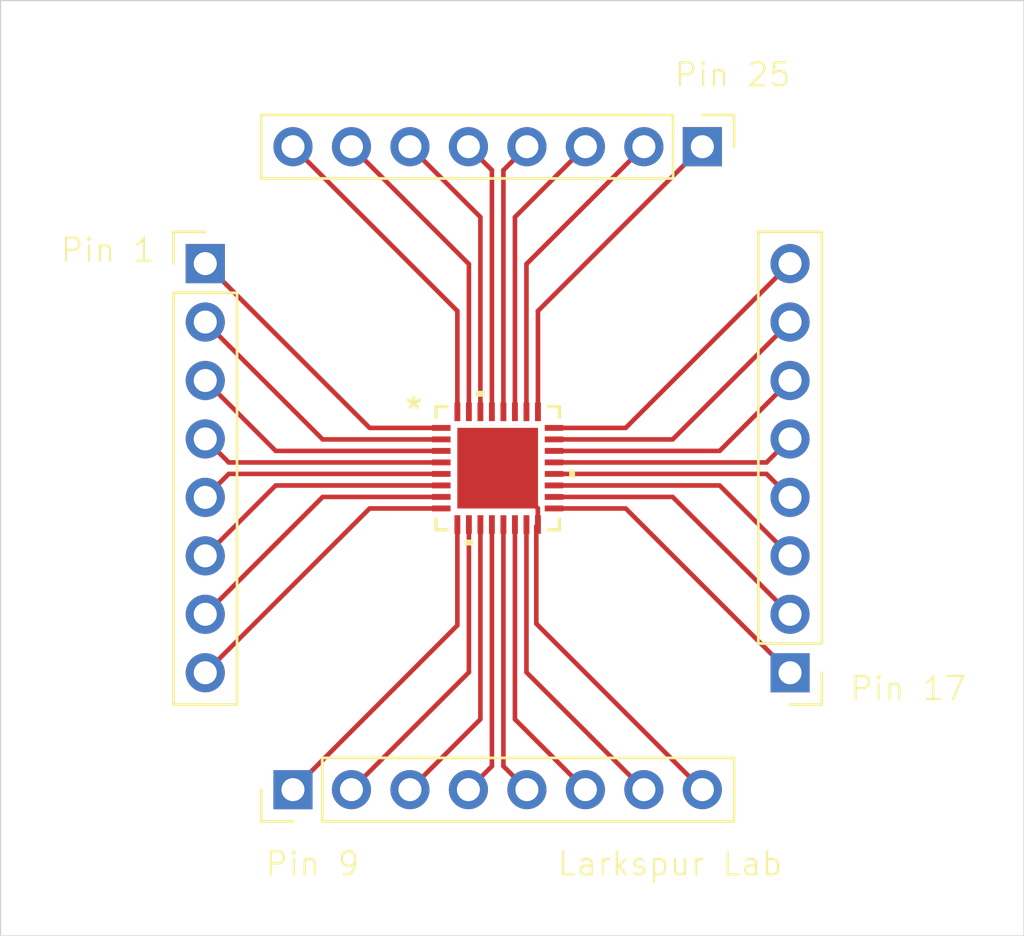
<source format=kicad_pcb>
(kicad_pcb (version 20241229) (generator "pcbnew") (generator_version "9.0")
  (layers (0 "F.Cu" signal) (2 "B.Cu" signal) (13 "F.Paste" user) (15 "B.Paste" user) (5 "F.SilkS" user "F.Silkscreen") (7 "B.SilkS" user "B.Silkscreen") (1 "F.Mask" user) (3 "B.Mask" user) (25 "Edge.Cuts" user))
  (net 0 "")
  (net 1 "Pin 8")
  (net 2 "Pin 1")
  (net 3 "Pin 7")
  (net 4 "Pin 2")
  (net 5 "Pin 4")
  (net 6 "Pin 3")
  (net 7 "Pin 6")
  (net 8 "Pin 5")
  (net 9 "Pin 16")
  (net 10 "Pin 13")
  (net 11 "Pin 15")
  (net 12 "Pin 9")
  (net 13 "Pin 10")
  (net 14 "Pin 14")
  (net 15 "Pin 12")
  (net 16 "Pin 11")
  (net 17 "Pin 23")
  (net 18 "Pin 17")
  (net 19 "Pin 19")
  (net 20 "Pin 18")
  (net 21 "Pin 21")
  (net 22 "Pin 24")
  (net 23 "Pin 22")
  (net 24 "Pin 20")
  (net 25 "Pin 25")
  (net 26 "Pin 28")
  (net 27 "Pin 29")
  (net 28 "Pin 31")
  (net 29 "Pin 30")
  (net 30 "Pin 26")
  (net 31 "Pin 27")
  (net 32 "Pin 32")
  (footprint "Connector_PinHeader_2.54mm:PinHeader_1x08_P2.54mm_Vertical" (layer "F.Cu") (at 128.27 82.55)
    (property "Reference" "J1" (hide yes))
    (property "Value" "Conn_01x08_Pin" (hide yes))
    (fp_line (start -1.38 -1.38) (end 0 -1.38) (stroke (width 0.12)) (layer "F.SilkS"))
    (fp_line (start -1.38 0) (end -1.38 -1.38) (stroke (width 0.12)) (layer "F.SilkS"))
    (fp_line (start -1.38 1.27) (end -1.38 19.16) (stroke (width 0.12)) (layer "F.SilkS"))
    (fp_line (start -1.38 1.27) (end 1.38 1.27) (stroke (width 0.12)) (layer "F.SilkS"))
    (fp_line (start -1.38 19.16) (end 1.38 19.16) (stroke (width 0.12)) (layer "F.SilkS"))
    (fp_line (start 1.38 1.27) (end 1.38 19.16) (stroke (width 0.12)) (layer "F.SilkS"))
    (pad "1" thru_hole rect (at 0 0) (size 1.7 1.7) (drill 1) (layers "*.Cu" "*.Mask") (net 2 "Pin 1"))
    (pad "2" thru_hole circle (at 0 2.54) (size 1.7 1.7) (drill 1) (layers "*.Cu" "*.Mask") (net 4 "Pin 2"))
    (pad "3" thru_hole circle (at 0 5.08) (size 1.7 1.7) (drill 1) (layers "*.Cu" "*.Mask") (net 6 "Pin 3"))
    (pad "4" thru_hole circle (at 0 7.62) (size 1.7 1.7) (drill 1) (layers "*.Cu" "*.Mask") (net 5 "Pin 4"))
    (pad "5" thru_hole circle (at 0 10.16) (size 1.7 1.7) (drill 1) (layers "*.Cu" "*.Mask") (net 8 "Pin 5"))
    (pad "6" thru_hole circle (at 0 12.7) (size 1.7 1.7) (drill 1) (layers "*.Cu" "*.Mask") (net 7 "Pin 6"))
    (pad "7" thru_hole circle (at 0 15.24) (size 1.7 1.7) (drill 1) (layers "*.Cu" "*.Mask") (net 3 "Pin 7"))
    (pad "8" thru_hole circle (at 0 17.78) (size 1.7 1.7) (drill 1) (layers "*.Cu" "*.Mask") (net 1 "Pin 8"))
  )
  (footprint "Connector_PinHeader_2.54mm:PinHeader_1x08_P2.54mm_Vertical" (layer "F.Cu") (at 149.86 77.47 -90)
    (property "Reference" "J4" (hide yes))
    (property "Value" "Conn_01x08_Pin" (hide yes))
    (fp_line (start -1.38 19.16) (end 1.38 19.16) (stroke (width 0.12)) (layer "F.SilkS"))
    (fp_line (start -1.38 1.27) (end -1.38 19.16) (stroke (width 0.12)) (layer "F.SilkS"))
    (fp_line (start -1.38 1.27) (end 1.38 1.27) (stroke (width 0.12)) (layer "F.SilkS"))
    (fp_line (start 1.38 1.27) (end 1.38 19.16) (stroke (width 0.12)) (layer "F.SilkS"))
    (fp_line (start -1.38 0) (end -1.38 -1.38) (stroke (width 0.12)) (layer "F.SilkS"))
    (fp_line (start -1.38 -1.38) (end 0 -1.38) (stroke (width 0.12)) (layer "F.SilkS"))
    (pad "1" thru_hole rect (at 0 0 270) (size 1.7 1.7) (drill 1) (layers "*.Cu" "*.Mask") (net 25 "Pin 25"))
    (pad "2" thru_hole circle (at 0 2.54 270) (size 1.7 1.7) (drill 1) (layers "*.Cu" "*.Mask") (net 30 "Pin 26"))
    (pad "3" thru_hole circle (at 0 5.08 270) (size 1.7 1.7) (drill 1) (layers "*.Cu" "*.Mask") (net 31 "Pin 27"))
    (pad "4" thru_hole circle (at 0 7.62 270) (size 1.7 1.7) (drill 1) (layers "*.Cu" "*.Mask") (net 26 "Pin 28"))
    (pad "5" thru_hole circle (at 0 10.16 270) (size 1.7 1.7) (drill 1) (layers "*.Cu" "*.Mask") (net 27 "Pin 29"))
    (pad "6" thru_hole circle (at 0 12.7 270) (size 1.7 1.7) (drill 1) (layers "*.Cu" "*.Mask") (net 29 "Pin 30"))
    (pad "7" thru_hole circle (at 0 15.24 270) (size 1.7 1.7) (drill 1) (layers "*.Cu" "*.Mask") (net 28 "Pin 31"))
    (pad "8" thru_hole circle (at 0 17.78 270) (size 1.7 1.7) (drill 1) (layers "*.Cu" "*.Mask") (net 32 "Pin 32"))
  )
  (footprint "Connector_PinHeader_2.54mm:PinHeader_1x08_P2.54mm_Vertical" (layer "F.Cu") (at 153.67 100.33 180)
    (property "Reference" "J3" (hide yes))
    (property "Value" "Conn_01x08_Pin" (hide yes))
    (fp_line (start 1.38 1.27) (end 1.38 19.16) (stroke (width 0.12)) (layer "F.SilkS"))
    (fp_line (start -1.38 19.16) (end 1.38 19.16) (stroke (width 0.12)) (layer "F.SilkS"))
    (fp_line (start -1.38 1.27) (end 1.38 1.27) (stroke (width 0.12)) (layer "F.SilkS"))
    (fp_line (start -1.38 1.27) (end -1.38 19.16) (stroke (width 0.12)) (layer "F.SilkS"))
    (fp_line (start -1.38 0) (end -1.38 -1.38) (stroke (width 0.12)) (layer "F.SilkS"))
    (fp_line (start -1.38 -1.38) (end 0 -1.38) (stroke (width 0.12)) (layer "F.SilkS"))
    (pad "1" thru_hole rect (at 0 0 180) (size 1.7 1.7) (drill 1) (layers "*.Cu" "*.Mask") (net 18 "Pin 17"))
    (pad "2" thru_hole circle (at 0 2.54 180) (size 1.7 1.7) (drill 1) (layers "*.Cu" "*.Mask") (net 20 "Pin 18"))
    (pad "3" thru_hole circle (at 0 5.08 180) (size 1.7 1.7) (drill 1) (layers "*.Cu" "*.Mask") (net 19 "Pin 19"))
    (pad "4" thru_hole circle (at 0 7.62 180) (size 1.7 1.7) (drill 1) (layers "*.Cu" "*.Mask") (net 24 "Pin 20"))
    (pad "5" thru_hole circle (at 0 10.16 180) (size 1.7 1.7) (drill 1) (layers "*.Cu" "*.Mask") (net 21 "Pin 21"))
    (pad "6" thru_hole circle (at 0 12.7 180) (size 1.7 1.7) (drill 1) (layers "*.Cu" "*.Mask") (net 23 "Pin 22"))
    (pad "7" thru_hole circle (at 0 15.24 180) (size 1.7 1.7) (drill 1) (layers "*.Cu" "*.Mask") (net 17 "Pin 23"))
    (pad "8" thru_hole circle (at 0 17.78 180) (size 1.7 1.7) (drill 1) (layers "*.Cu" "*.Mask") (net 22 "Pin 24"))
  )
  (footprint "Connector_PinHeader_2.54mm:PinHeader_1x08_P2.54mm_Vertical" (layer "F.Cu") (at 132.08 105.41 90)
    (property "Reference" "J2" (hide yes))
    (property "Value" "Conn_01x08_Pin" (hide yes))
    (fp_line (start -1.38 -1.38) (end 0 -1.38) (stroke (width 0.12)) (layer "F.SilkS"))
    (fp_line (start -1.38 0) (end -1.38 -1.38) (stroke (width 0.12)) (layer "F.SilkS"))
    (fp_line (start 1.38 1.27) (end 1.38 19.16) (stroke (width 0.12)) (layer "F.SilkS"))
    (fp_line (start -1.38 1.27) (end 1.38 1.27) (stroke (width 0.12)) (layer "F.SilkS"))
    (fp_line (start -1.38 1.27) (end -1.38 19.16) (stroke (width 0.12)) (layer "F.SilkS"))
    (fp_line (start -1.38 19.16) (end 1.38 19.16) (stroke (width 0.12)) (layer "F.SilkS"))
    (pad "1" thru_hole rect (at 0 0 90) (size 1.7 1.7) (drill 1) (layers "*.Cu" "*.Mask") (net 12 "Pin 9"))
    (pad "2" thru_hole circle (at 0 2.54 90) (size 1.7 1.7) (drill 1) (layers "*.Cu" "*.Mask") (net 13 "Pin 10"))
    (pad "3" thru_hole circle (at 0 5.08 90) (size 1.7 1.7) (drill 1) (layers "*.Cu" "*.Mask") (net 16 "Pin 11"))
    (pad "4" thru_hole circle (at 0 7.62 90) (size 1.7 1.7) (drill 1) (layers "*.Cu" "*.Mask") (net 15 "Pin 12"))
    (pad "5" thru_hole circle (at 0 10.16 90) (size 1.7 1.7) (drill 1) (layers "*.Cu" "*.Mask") (net 10 "Pin 13"))
    (pad "6" thru_hole circle (at 0 12.7 90) (size 1.7 1.7) (drill 1) (layers "*.Cu" "*.Mask") (net 14 "Pin 14"))
    (pad "7" thru_hole circle (at 0 15.24 90) (size 1.7 1.7) (drill 1) (layers "*.Cu" "*.Mask") (net 11 "Pin 15"))
    (pad "8" thru_hole circle (at 0 17.78 90) (size 1.7 1.7) (drill 1) (layers "*.Cu" "*.Mask") (net 9 "Pin 16"))
  )
  (footprint "STM32WL33K8:VFQFPN-32_5x5x1mm_STM" (layer "F.Cu") (at 140.97 91.44)
    (property "Reference" "U1" (hide yes))
    (property "Value" "STM32WL33K8V6TR" (hide yes))
    (fp_line (start -2.6797 -2.6797) (end -2.6797 -2.210139) (stroke (width 0.1524)) (layer "F.SilkS"))
    (fp_line (start -2.6797 2.210139) (end -2.6797 2.6797) (stroke (width 0.1524)) (layer "F.SilkS"))
    (fp_line (start -2.6797 2.6797) (end -2.210139 2.6797) (stroke (width 0.1524)) (layer "F.SilkS"))
    (fp_line (start -2.210139 -2.6797) (end -2.6797 -2.6797) (stroke (width 0.1524)) (layer "F.SilkS"))
    (fp_line (start 2.210139 2.6797) (end 2.6797 2.6797) (stroke (width 0.1524)) (layer "F.SilkS"))
    (fp_line (start 2.6797 -2.6797) (end 2.210139 -2.6797) (stroke (width 0.1524)) (layer "F.SilkS"))
    (fp_line (start 2.6797 -2.210139) (end 2.6797 -2.6797) (stroke (width 0.1524)) (layer "F.SilkS"))
    (fp_line (start 2.6797 2.6797) (end 2.6797 2.210139) (stroke (width 0.1524)) (layer "F.SilkS"))
    (fp_poly (pts (xy -1.4405 3.106699) (xy -1.4405 3.360699) (xy -1.0595 3.360699) (xy -1.0595 3.106699)) (fill yes) (layer "F.SilkS"))
    (fp_poly (pts (xy -0.940501 -3.106699) (xy -0.940501 -3.360699) (xy -0.559501 -3.360699) (xy -0.559501 -3.106699)) (fill yes) (layer "F.SilkS"))
    (fp_poly (pts (xy 3.360699 0.059499) (xy 3.360699 0.4405) (xy 3.106699 0.4405) (xy 3.106699 0.059499)) (fill yes) (layer "F.SilkS"))
    (fp_text user "*" (at -3.6401 -2.54 0) (layer "F.SilkS"))
    (pad "1" smd rect (at -2.4487 -1.749999 90) (size 0.2548 0.807999) (layers "F.Cu" "F.Mask" "F.Paste") (net 2 "Pin 1"))
    (pad "2" smd rect (at -2.4487 -1.25 90) (size 0.2548 0.807999) (layers "F.Cu" "F.Mask" "F.Paste") (net 4 "Pin 2"))
    (pad "3" smd rect (at -2.4487 -0.750001 90) (size 0.2548 0.807999) (layers "F.Cu" "F.Mask" "F.Paste") (net 6 "Pin 3"))
    (pad "4" smd rect (at -2.4487 -0.25 90) (size 0.2548 0.807999) (layers "F.Cu" "F.Mask" "F.Paste") (net 5 "Pin 4"))
    (pad "5" smd rect (at -2.4487 0.25 90) (size 0.2548 0.807999) (layers "F.Cu" "F.Mask" "F.Paste") (net 8 "Pin 5"))
    (pad "6" smd rect (at -2.4487 0.750001 90) (size 0.2548 0.807999) (layers "F.Cu" "F.Mask" "F.Paste") (net 7 "Pin 6"))
    (pad "7" smd rect (at -2.4487 1.25 90) (size 0.2548 0.807999) (layers "F.Cu" "F.Mask" "F.Paste") (net 3 "Pin 7"))
    (pad "8" smd rect (at -2.4487 1.749999 90) (size 0.2548 0.807999) (layers "F.Cu" "F.Mask" "F.Paste") (net 1 "Pin 8"))
    (pad "9" smd rect (at -1.749999 2.4487) (size 0.2548 0.807999) (layers "F.Cu" "F.Mask" "F.Paste") (net 12 "Pin 9"))
    (pad "10" smd rect (at -1.25 2.4487) (size 0.2548 0.807999) (layers "F.Cu" "F.Mask" "F.Paste") (net 13 "Pin 10"))
    (pad "11" smd rect (at -0.750001 2.4487) (size 0.2548 0.807999) (layers "F.Cu" "F.Mask" "F.Paste") (net 16 "Pin 11"))
    (pad "12" smd rect (at -0.25 2.4487) (size 0.2548 0.807999) (layers "F.Cu" "F.Mask" "F.Paste") (net 15 "Pin 12"))
    (pad "13" smd rect (at 0.25 2.4487) (size 0.2548 0.807999) (layers "F.Cu" "F.Mask" "F.Paste") (net 10 "Pin 13"))
    (pad "14" smd rect (at 0.750001 2.4487) (size 0.2548 0.807999) (layers "F.Cu" "F.Mask" "F.Paste") (net 14 "Pin 14"))
    (pad "15" smd rect (at 1.25 2.4487) (size 0.2548 0.807999) (layers "F.Cu" "F.Mask" "F.Paste") (net 11 "Pin 15"))
    (pad "16" smd rect (at 1.749999 2.4487) (size 0.2548 0.807999) (layers "F.Cu" "F.Mask" "F.Paste") (net 9 "Pin 16"))
    (pad "17" smd rect (at 2.4487 1.749999 90) (size 0.2548 0.807999) (layers "F.Cu" "F.Mask" "F.Paste") (net 18 "Pin 17"))
    (pad "18" smd rect (at 2.4487 1.25 90) (size 0.2548 0.807999) (layers "F.Cu" "F.Mask" "F.Paste") (net 20 "Pin 18"))
    (pad "19" smd rect (at 2.4487 0.750001 90) (size 0.2548 0.807999) (layers "F.Cu" "F.Mask" "F.Paste") (net 19 "Pin 19"))
    (pad "20" smd rect (at 2.4487 0.25 90) (size 0.2548 0.807999) (layers "F.Cu" "F.Mask" "F.Paste") (net 24 "Pin 20"))
    (pad "21" smd rect (at 2.4487 -0.25 90) (size 0.2548 0.807999) (layers "F.Cu" "F.Mask" "F.Paste") (net 21 "Pin 21"))
    (pad "22" smd rect (at 2.4487 -0.750001 90) (size 0.2548 0.807999) (layers "F.Cu" "F.Mask" "F.Paste") (net 23 "Pin 22"))
    (pad "23" smd rect (at 2.4487 -1.25 90) (size 0.2548 0.807999) (layers "F.Cu" "F.Mask" "F.Paste") (net 17 "Pin 23"))
    (pad "24" smd rect (at 2.4487 -1.749999 90) (size 0.2548 0.807999) (layers "F.Cu" "F.Mask" "F.Paste") (net 22 "Pin 24"))
    (pad "25" smd rect (at 1.749999 -2.4487) (size 0.2548 0.807999) (layers "F.Cu" "F.Mask" "F.Paste") (net 25 "Pin 25"))
    (pad "26" smd rect (at 1.25 -2.4487) (size 0.2548 0.807999) (layers "F.Cu" "F.Mask" "F.Paste") (net 30 "Pin 26"))
    (pad "27" smd rect (at 0.750001 -2.4487) (size 0.2548 0.807999) (layers "F.Cu" "F.Mask" "F.Paste") (net 31 "Pin 27"))
    (pad "28" smd rect (at 0.25 -2.4487) (size 0.2548 0.807999) (layers "F.Cu" "F.Mask" "F.Paste") (net 26 "Pin 28"))
    (pad "29" smd rect (at -0.25 -2.4487) (size 0.2548 0.807999) (layers "F.Cu" "F.Mask" "F.Paste") (net 27 "Pin 29"))
    (pad "30" smd rect (at -0.750001 -2.4487) (size 0.2548 0.807999) (layers "F.Cu" "F.Mask" "F.Paste") (net 29 "Pin 30"))
    (pad "31" smd rect (at -1.25 -2.4487) (size 0.2548 0.807999) (layers "F.Cu" "F.Mask" "F.Paste") (net 28 "Pin 31"))
    (pad "32" smd rect (at -1.749999 -2.4487) (size 0.2548 0.807999) (layers "F.Cu" "F.Mask" "F.Paste") (net 32 "Pin 32"))
    (pad "33" smd rect (at 0 0) (size 3.5052 3.5052) (layers "F.Cu" "F.Mask" "F.Paste") (net 9 "Pin 16"))
  )
  (gr_rect (start 119.38 71.12) (end 163.83 111.76) (stroke (width 0.05)) (fill no) (layer "Edge.Cuts"))
  (gr_text "Pin 17" (at 156.21 101.6 0) (layer "F.SilkS") (effects (font (size 1 1) (thickness 0.1)) (justify left bottom)))
  (gr_text "Pin 9" (at 130.81 109.22 0) (layer "F.SilkS") (effects (font (size 1 1) (thickness 0.1)) (justify left bottom)))
  (gr_text "Pin 1" (at 121.92 82.55 0) (layer "F.SilkS") (effects (font (size 1 1) (thickness 0.1)) (justify left bottom)))
  (gr_text "Larkspur Lab" (at 143.51 109.22 0) (layer "F.SilkS") (effects (font (size 1 1) (thickness 0.1)) (justify left bottom)))
  (gr_text "Pin 25" (at 148.59 74.93 0) (layer "F.SilkS") (effects (font (size 1 1) (thickness 0.1)) (justify left bottom)))
  (segment (start 138.5213 93.189999) (end 135.410001 93.189999) (width 0.2) (layer "F.Cu") (net 1))
  (segment (start 135.410001 93.189999) (end 128.27 100.33) (width 0.2) (layer "F.Cu") (net 1))
  (segment (start 135.410001 89.690001) (end 128.27 82.55) (width 0.2) (layer "F.Cu") (net 2))
  (segment (start 138.5213 89.690001) (end 135.410001 89.690001) (width 0.2) (layer "F.Cu") (net 2))
  (segment (start 133.37 92.69) (end 128.27 97.79) (width 0.2) (layer "F.Cu") (net 3))
  (segment (start 138.5213 92.69) (end 133.37 92.69) (width 0.2) (layer "F.Cu") (net 3))
  (segment (start 133.37 90.19) (end 128.27 85.09) (width 0.2) (layer "F.Cu") (net 4))
  (segment (start 138.5213 90.19) (end 133.37 90.19) (width 0.2) (layer "F.Cu") (net 4))
  (segment (start 138.5213 91.19) (end 129.29 91.19) (width 0.2) (layer "F.Cu") (net 5))
  (segment (start 129.29 91.19) (end 128.27 90.17) (width 0.2) (layer "F.Cu") (net 5))
  (segment (start 138.5213 90.689999) (end 131.329999 90.689999) (width 0.2) (layer "F.Cu") (net 6))
  (segment (start 131.329999 90.689999) (end 128.27 87.63) (width 0.2) (layer "F.Cu") (net 6))
  (segment (start 138.5213 92.190001) (end 131.329999 92.190001) (width 0.2) (layer "F.Cu") (net 7))
  (segment (start 131.329999 92.190001) (end 128.27 95.25) (width 0.2) (layer "F.Cu") (net 7))
  (segment (start 138.5213 91.69) (end 129.29 91.69) (width 0.2) (layer "F.Cu") (net 8))
  (segment (start 129.29 91.69) (end 128.27 92.71) (width 0.2) (layer "F.Cu") (net 8))
  (segment (start 142.719999 93.8887) (end 142.713701 93.882402) (width 0.2) (layer "F.Cu") (net 9))
  (segment (start 142.713701 93.882402) (end 142.713701 93.183701) (width 0.2) (layer "F.Cu") (net 9))
  (segment (start 142.713701 93.183701) (end 140.97 91.44) (width 0.2) (layer "F.Cu") (net 9))
  (segment (start 142.6484 98.1984) (end 149.86 105.41) (width 0.2) (layer "F.Cu") (net 9))
  (segment (start 142.719999 93.8887) (end 142.6484 93.960299) (width 0.2) (layer "F.Cu") (net 9))
  (segment (start 142.6484 93.960299) (end 142.6484 98.1984) (width 0.2) (layer "F.Cu") (net 9))
  (segment (start 141.22 104.39) (end 142.24 105.41) (width 0.2) (layer "F.Cu") (net 10))
  (segment (start 141.22 93.8887) (end 141.22 104.39) (width 0.2) (layer "F.Cu") (net 10))
  (segment (start 142.22 93.8887) (end 142.22 100.31) (width 0.2) (layer "F.Cu") (net 11))
  (segment (start 142.22 100.31) (end 147.32 105.41) (width 0.2) (layer "F.Cu") (net 11))
  (segment (start 139.220001 98.269999) (end 132.08 105.41) (width 0.2) (layer "F.Cu") (net 12))
  (segment (start 139.220001 93.8887) (end 139.220001 98.269999) (width 0.2) (layer "F.Cu") (net 12))
  (segment (start 139.72 93.8887) (end 139.72 100.31) (width 0.2) (layer "F.Cu") (net 13))
  (segment (start 139.72 100.31) (end 134.62 105.41) (width 0.2) (layer "F.Cu") (net 13))
  (segment (start 141.720001 93.8887) (end 141.720001 102.350001) (width 0.2) (layer "F.Cu") (net 14))
  (segment (start 141.720001 102.350001) (end 144.78 105.41) (width 0.2) (layer "F.Cu") (net 14))
  (segment (start 140.72 104.39) (end 139.7 105.41) (width 0.2) (layer "F.Cu") (net 15))
  (segment (start 140.72 93.8887) (end 140.72 104.39) (width 0.2) (layer "F.Cu") (net 15))
  (segment (start 140.219999 93.8887) (end 140.219999 102.350001) (width 0.2) (layer "F.Cu") (net 16))
  (segment (start 140.219999 102.350001) (end 137.16 105.41) (width 0.2) (layer "F.Cu") (net 16))
  (segment (start 143.4187 90.19) (end 148.57 90.19) (width 0.2) (layer "F.Cu") (net 17))
  (segment (start 148.57 90.19) (end 153.67 85.09) (width 0.2) (layer "F.Cu") (net 17))
  (segment (start 143.4187 93.189999) (end 146.529999 93.189999) (width 0.2) (layer "F.Cu") (net 18))
  (segment (start 146.529999 93.189999) (end 153.67 100.33) (width 0.2) (layer "F.Cu") (net 18))
  (segment (start 150.610001 92.190001) (end 153.67 95.25) (width 0.2) (layer "F.Cu") (net 19))
  (segment (start 143.4187 92.190001) (end 150.610001 92.190001) (width 0.2) (layer "F.Cu") (net 19))
  (segment (start 143.4187 92.69) (end 148.57 92.69) (width 0.2) (layer "F.Cu") (net 20))
  (segment (start 148.57 92.69) (end 153.67 97.79) (width 0.2) (layer "F.Cu") (net 20))
  (segment (start 152.65 91.19) (end 153.67 90.17) (width 0.2) (layer "F.Cu") (net 21))
  (segment (start 143.4187 91.19) (end 152.65 91.19) (width 0.2) (layer "F.Cu") (net 21))
  (segment (start 146.529999 89.690001) (end 153.67 82.55) (width 0.2) (layer "F.Cu") (net 22))
  (segment (start 143.4187 89.690001) (end 146.529999 89.690001) (width 0.2) (layer "F.Cu") (net 22))
  (segment (start 150.610001 90.689999) (end 153.67 87.63) (width 0.2) (layer "F.Cu") (net 23))
  (segment (start 143.4187 90.689999) (end 150.610001 90.689999) (width 0.2) (layer "F.Cu") (net 23))
  (segment (start 152.65 91.69) (end 153.67 92.71) (width 0.2) (layer "F.Cu") (net 24))
  (segment (start 143.4187 91.69) (end 152.65 91.69) (width 0.2) (layer "F.Cu") (net 24))
  (segment (start 142.719999 84.610001) (end 149.86 77.47) (width 0.2) (layer "F.Cu") (net 25))
  (segment (start 142.719999 88.9913) (end 142.719999 84.610001) (width 0.2) (layer "F.Cu") (net 25))
  (segment (start 141.22 88.9913) (end 141.22 78.49) (width 0.2) (layer "F.Cu") (net 26))
  (segment (start 141.22 78.49) (end 142.24 77.47) (width 0.2) (layer "F.Cu") (net 26))
  (segment (start 140.72 88.9913) (end 140.72 78.49) (width 0.2) (layer "F.Cu") (net 27))
  (segment (start 140.72 78.49) (end 139.7 77.47) (width 0.2) (layer "F.Cu") (net 27))
  (segment (start 139.72 88.9913) (end 139.72 82.57) (width 0.2) (layer "F.Cu") (net 28))
  (segment (start 139.72 82.57) (end 134.62 77.47) (width 0.2) (layer "F.Cu") (net 28))
  (segment (start 140.219999 88.9913) (end 140.219999 80.529999) (width 0.2) (layer "F.Cu") (net 29))
  (segment (start 140.219999 80.529999) (end 137.16 77.47) (width 0.2) (layer "F.Cu") (net 29))
  (segment (start 142.22 82.57) (end 147.32 77.47) (width 0.2) (layer "F.Cu") (net 30))
  (segment (start 142.22 88.9913) (end 142.22 82.57) (width 0.2) (layer "F.Cu") (net 30))
  (segment (start 141.720001 88.9913) (end 141.720001 80.529999) (width 0.2) (layer "F.Cu") (net 31))
  (segment (start 141.720001 80.529999) (end 144.78 77.47) (width 0.2) (layer "F.Cu") (net 31))
  (segment (start 139.220001 84.610001) (end 132.08 77.47) (width 0.2) (layer "F.Cu") (net 32))
  (segment (start 139.220001 88.9913) (end 139.220001 84.610001) (width 0.2) (layer "F.Cu") (net 32))
)
</source>
